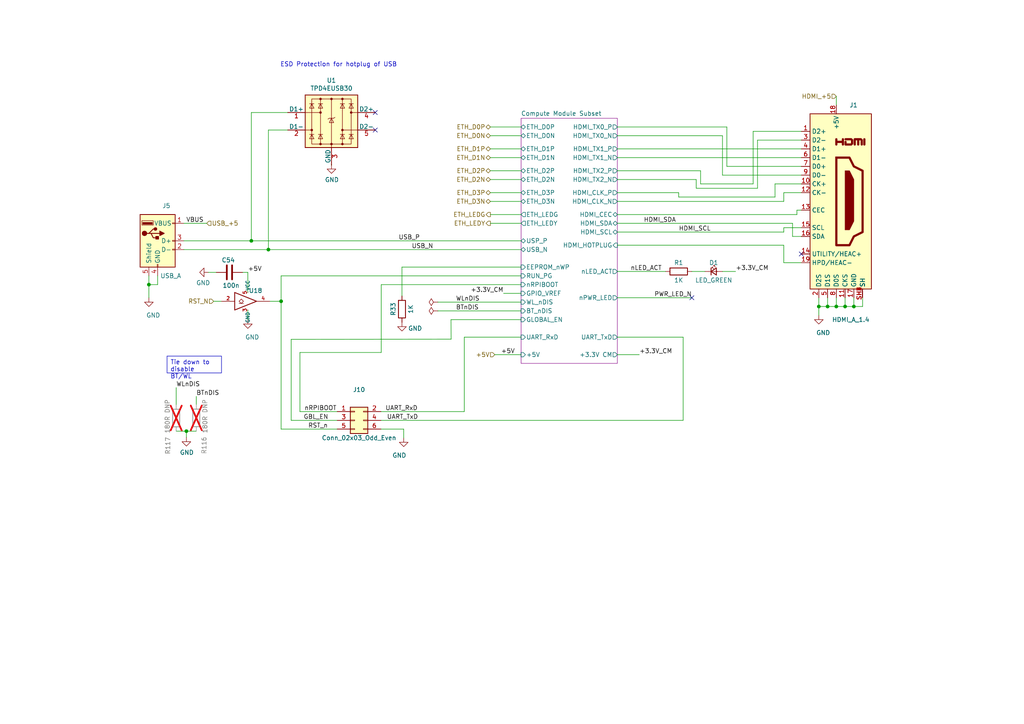
<source format=kicad_sch>
(kicad_sch (version 20230121) (generator eeschema)
  (paper "A4")
  (title_block (title "Penta-Pi") (date "2022-09-05") (rev "2.0") (comment 1 "fjc"))
  (lib_symbols
    (symbol "CM4IO:74LVC1G07_copy"
      (property "Reference" "U" (at -2.54 3.81 0))
      (property "Value" "74LVC1G07_copy" (at 0 -3.81 0))
      (symbol "74LVC1G07_copy_0_1"
        (polyline (pts (xy -2.54 -0.635) (xy -1.27 -0.635)))
        (polyline (pts (xy -3.81 2.54) (xy -3.81 -2.54) (xy 2.54 0) (xy -3.81 2.54)) (stroke (width 0.254)))
        (polyline (pts (xy -1.905 0.635) (xy -2.54 0) (xy -1.905 -0.635) (xy -1.27 0) (xy -1.905 0.635)))
      )
      (symbol "74LVC1G07_copy_1_1"
        (pin input line (at -7.62 0 0) (length 3.81) (name "~") (number "2"))
        (pin power_in line (at 0 -2.54 270) (length 0) (name "GND") (number "3"))
        (pin open_collector line (at 6.35 0 180) (length 3.81) (name "~") (number "4"))
        (pin power_in line (at 0 2.54 90) (length 0) (name "VCC") (number "5"))
      )
    )
    (symbol "CM4IO:HDMI_A_1.4"
      (property "Reference" "J" (at -6.35 26.67 0))
      (property "Value" "HDMI_A_1.4" (at 10.16 26.67 0))
      (symbol "HDMI_A_1.4_0_0"
        (polyline (pts (xy 8.128 16.51) (xy 8.128 18.034)) (stroke (width 0.635)))
        (polyline (pts (xy 0 16.51) (xy 0 18.034) (xy 0 17.272) (xy 1.905 17.272) (xy 1.905 18.034) (xy 1.905 16.51)) (stroke (width 0.635)))
        (polyline (pts (xy 2.667 18.034) (xy 4.318 18.034) (xy 4.572 17.78) (xy 4.572 16.764) (xy 4.318 16.51) (xy 2.667 16.51) (xy 2.667 17.272)) (stroke (width 0.635)))
        (pin passive line (at 7.62 -27.94 90) (length 2.54) (name "SH") (number "SH2"))
        (pin passive line (at 7.62 -27.94 90) (length 2.54) (name "SH") (number "SH3"))
        (pin passive line (at 7.62 -27.94 90) (length 2.54) (name "SH") (number "SH4"))
      )
      (symbol "HDMI_A_1.4_0_1"
        (rectangle (start -7.62 25.4) (end 10.16 -25.4) (stroke (width 0.254)) (fill (type background)))
        (polyline (pts (xy 2.54 8.89) (xy 3.81 8.89) (xy 5.08 6.35) (xy 5.08 -5.715) (xy 3.81 -8.255) (xy 2.54 -8.255) (xy 2.54 8.89)) (fill (type outline)))
        (polyline (pts (xy 5.334 16.51) (xy 5.334 18.034) (xy 6.35 18.034) (xy 6.35 16.51) (xy 6.35 18.034) (xy 7.112 18.034) (xy 7.366 17.78) (xy 7.366 16.51)) (stroke (width 0.635)))
        (polyline (pts (xy 0 12.7) (xy 0 -12.7) (xy 3.81 -12.7) (xy 5.08 -10.16) (xy 7.62 -8.89) (xy 7.62 8.89) (xy 5.08 10.16) (xy 3.81 12.7) (xy 0 12.7)) (stroke (width 0.635)))
      )
      (symbol "HDMI_A_1.4_1_1"
        (pin passive line (at -10.16 20.32 0) (length 2.54) (name "D2+") (number "1"))
        (pin passive line (at -10.16 5.08 0) (length 2.54) (name "CK+") (number "10"))
        (pin power_in line (at 2.54 -27.94 90) (length 2.54) (name "CKS") (number "11"))
        (pin passive line (at -10.16 2.54 0) (length 2.54) (name "CK-") (number "12"))
        (pin bidirectional line (at -10.16 -2.54 0) (length 2.54) (name "CEC") (number "13"))
        (pin passive line (at -10.16 -15.24 0) (length 2.54) (name "UTILITY/HEAC+") (number "14"))
        (pin passive line (at -10.16 -7.62 0) (length 2.54) (name "SCL") (number "15"))
        (pin bidirectional line (at -10.16 -10.16 0) (length 2.54) (name "SDA") (number "16"))
        (pin power_in line (at 5.08 -27.94 90) (length 2.54) (name "GND") (number "17"))
        (pin power_in line (at 0 27.94 270) (length 2.54) (name "+5V") (number "18"))
        (pin passive line (at -10.16 -17.78 0) (length 2.54) (name "HPD/HEAC-") (number "19"))
        (pin power_in line (at -5.08 -27.94 90) (length 2.54) (name "D2S") (number "2"))
        (pin passive line (at -10.16 17.78 0) (length 2.54) (name "D2-") (number "3"))
        (pin passive line (at -10.16 15.24 0) (length 2.54) (name "D1+") (number "4"))
        (pin power_in line (at -2.54 -27.94 90) (length 2.54) (name "D1S") (number "5"))
        (pin passive line (at -10.16 12.7 0) (length 2.54) (name "D1-") (number "6"))
        (pin passive line (at -10.16 10.16 0) (length 2.54) (name "D0+") (number "7"))
        (pin power_in line (at 0 -27.94 90) (length 2.54) (name "D0S") (number "8"))
        (pin passive line (at -10.16 7.62 0) (length 2.54) (name "D0-") (number "9"))
        (pin passive line (at 7.62 -27.94 90) (length 2.54) (name "SH") (number "SH1"))
      )
    )
    (symbol "CM4IO:TPD4EUSB30" (pin_names (offset 0))
      (property "Reference" "U" (at -0.635 8.89 0))
      (property "Value" "TPD4EUSB30" (at 8.89 -10.16 0))
      (symbol "TPD4EUSB30_0_0"
        (rectangle (start -5.715 6.477) (end 5.715 -6.604))
        (polyline (pts (xy -3.175 -6.604) (xy -3.175 6.477)))
        (polyline (pts (xy 0 6.477) (xy 0 -6.604)))
        (polyline (pts (xy 3.175 6.477) (xy 3.175 -6.604)))
      )
      (symbol "TPD4EUSB30_0_1"
        (rectangle (start -7.62 7.62) (end 7.62 -7.62) (stroke (width 0.254)) (fill (type background)))
        (circle (center -5.715 -2.54) (radius 0.2794) (fill (type outline)))
        (circle (center -3.175 -6.604) (radius 0.2794) (fill (type outline)))
        (circle (center -3.175 2.54) (radius 0.2794) (fill (type outline)))
        (circle (center -3.175 6.477) (radius 0.2794) (fill (type outline)))
        (circle (center 0 -6.604) (radius 0.2794) (fill (type outline)))
        (polyline (pts (xy -7.747 2.54) (xy -3.175 2.54)))
        (polyline (pts (xy -7.62 -2.54) (xy -5.715 -2.54)))
        (polyline (pts (xy -5.08 -3.81) (xy -6.35 -3.81)))
        (polyline (pts (xy -5.08 5.08) (xy -6.35 5.08)))
        (polyline (pts (xy -2.54 -3.81) (xy -3.81 -3.81)))
        (polyline (pts (xy -2.54 5.08) (xy -3.81 5.08)))
        (polyline (pts (xy -0.635 0.889) (xy -1.016 0.635)))
        (polyline (pts (xy 0 -6.604) (xy 0 -7.62)))
        (polyline (pts (xy 0.635 0.889) (xy -0.635 0.889)))
        (polyline (pts (xy 0.635 0.889) (xy 1.016 1.143)))
        (polyline (pts (xy 3.81 -3.81) (xy 2.54 -3.81)))
        (polyline (pts (xy 3.81 5.08) (xy 2.54 5.08)))
        (polyline (pts (xy 6.35 -3.81) (xy 5.08 -3.81)))
        (polyline (pts (xy 6.35 5.08) (xy 5.08 5.08)))
        (polyline (pts (xy 7.62 -2.54) (xy 3.175 -2.54)))
        (polyline (pts (xy 7.62 2.54) (xy 5.715 2.54)))
        (polyline (pts (xy -5.08 -5.08) (xy -6.35 -5.08) (xy -5.715 -3.81) (xy -5.08 -5.08)))
        (polyline (pts (xy -5.08 3.81) (xy -6.35 3.81) (xy -5.715 5.08) (xy -5.08 3.81)))
        (polyline (pts (xy -2.54 -5.08) (xy -3.81 -5.08) (xy -3.175 -3.81) (xy -2.54 -5.08)))
        (polyline (pts (xy -2.54 3.81) (xy -3.81 3.81) (xy -3.175 5.08) (xy -2.54 3.81)))
        (polyline (pts (xy 0.635 -0.381) (xy -0.635 -0.381) (xy 0 0.889) (xy 0.635 -0.381)))
        (polyline (pts (xy 3.81 -5.08) (xy 2.54 -5.08) (xy 3.175 -3.81) (xy 3.81 -5.08)))
        (polyline (pts (xy 3.81 3.81) (xy 2.54 3.81) (xy 3.175 5.08) (xy 3.81 3.81)))
        (polyline (pts (xy 6.35 -5.08) (xy 5.08 -5.08) (xy 5.715 -3.81) (xy 6.35 -5.08)))
        (polyline (pts (xy 6.35 3.81) (xy 5.08 3.81) (xy 5.715 5.08) (xy 6.35 3.81)))
        (circle (center 0 6.477) (radius 0.2794) (fill (type outline)))
        (circle (center 3.175 -6.604) (radius 0.2794) (fill (type outline)))
        (circle (center 3.175 -2.54) (radius 0.2794) (fill (type outline)))
        (circle (center 3.175 6.477) (radius 0.2794) (fill (type outline)))
        (circle (center 5.715 2.54) (radius 0.2794) (fill (type outline)))
      )
      (symbol "TPD4EUSB30_1_1"
        (pin passive line (at -12.7 2.54 0) (length 5.08) (name "D1+") (number "1"))
        (pin passive line (at -12.7 2.54 0) (length 5.08) hide (name "~") (number "10"))
        (pin passive line (at -12.7 -2.54 0) (length 5.08) (name "D1-") (number "2"))
        (pin power_in line (at 0 -12.7 90) (length 5.08) (name "GND") (number "3"))
        (pin passive line (at 12.7 2.54 180) (length 5.08) (name "D2+") (number "4"))
        (pin passive line (at 12.7 -2.54 180) (length 5.08) (name "D2-") (number "5"))
        (pin passive line (at 12.7 -2.54 180) (length 5.08) hide (name "~") (number "6"))
        (pin passive line (at 12.7 2.54 180) (length 5.08) hide (name "~") (number "7"))
        (pin passive line (at 0 -12.7 90) (length 5.08) hide (name "GND") (number "8"))
        (pin passive line (at -12.7 -2.54 0) (length 5.08) hide (name "~") (number "9"))
      )
    )
    (symbol "Connector:USB_A" (pin_names (offset 1.016))
      (property "Reference" "J" (at -5.08 11.43 0))
      (property "Value" "USB_A" (at -5.08 8.89 0))
      (symbol "USB_A_0_1"
        (rectangle (start -5.08 -7.62) (end 5.08 7.62) (stroke (width 0.254)) (fill (type background)))
        (circle (center -3.81 2.159) (radius 0.635) (stroke (width 0.254)) (fill (type outline)))
        (rectangle (start -1.524 4.826) (end -4.318 5.334) (fill (type outline)))
        (rectangle (start -1.27 4.572) (end -4.572 5.842))
        (circle (center -0.635 3.429) (radius 0.381) (stroke (width 0.254)) (fill (type outline)))
        (rectangle (start -0.127 -7.62) (end 0.127 -6.858))
        (polyline (pts (xy -3.175 2.159) (xy -2.54 2.159) (xy -1.27 3.429) (xy -0.635 3.429)) (stroke (width 0.254)))
        (polyline (pts (xy -2.54 2.159) (xy -1.905 2.159) (xy -1.27 0.889) (xy 0 0.889)) (stroke (width 0.254)))
        (polyline (pts (xy 0.635 2.794) (xy 0.635 1.524) (xy 1.905 2.159) (xy 0.635 2.794)) (stroke (width 0.254)) (fill (type outline)))
        (rectangle (start 0.254 1.27) (end -0.508 0.508) (stroke (width 0.254)) (fill (type outline)))
        (rectangle (start 5.08 -2.667) (end 4.318 -2.413))
        (rectangle (start 5.08 -0.127) (end 4.318 0.127))
        (rectangle (start 5.08 4.953) (end 4.318 5.207))
      )
      (symbol "USB_A_1_1"
        (polyline (pts (xy -1.905 2.159) (xy 0.635 2.159)) (stroke (width 0.254)))
        (pin power_in line (at 7.62 5.08 180) (length 2.54) (name "VBUS") (number "1"))
        (pin bidirectional line (at 7.62 -2.54 180) (length 2.54) (name "D-") (number "2"))
        (pin bidirectional line (at 7.62 0 180) (length 2.54) (name "D+") (number "3"))
        (pin power_in line (at 0 -10.16 90) (length 2.54) (name "GND") (number "4"))
        (pin passive line (at -2.54 -10.16 90) (length 2.54) (name "Shield") (number "5"))
      )
    )
    (symbol "Connector_Generic:Conn_02x03_Odd_Even" (pin_names (offset 1.016) hide)
      (property "Reference" "J" (at 1.27 5.08 0))
      (property "Value" "Conn_02x03_Odd_Even" (at 1.27 -5.08 0))
      (symbol "Conn_02x03_Odd_Even_1_1"
        (rectangle (start -1.27 -2.413) (end 0 -2.667) (stroke (width 0.1524)))
        (rectangle (start -1.27 0.127) (end 0 -0.127) (stroke (width 0.1524)))
        (rectangle (start -1.27 2.667) (end 0 2.413) (stroke (width 0.1524)))
        (rectangle (start -1.27 3.81) (end 3.81 -3.81) (stroke (width 0.254)) (fill (type background)))
        (rectangle (start 3.81 -2.413) (end 2.54 -2.667) (stroke (width 0.1524)))
        (rectangle (start 3.81 0.127) (end 2.54 -0.127) (stroke (width 0.1524)))
        (rectangle (start 3.81 2.667) (end 2.54 2.413) (stroke (width 0.1524)))
        (pin passive line (at -5.08 2.54 0) (length 3.81) (name "Pin_1") (number "1"))
        (pin passive line (at 7.62 2.54 180) (length 3.81) (name "Pin_2") (number "2"))
        (pin passive line (at -5.08 0 0) (length 3.81) (name "Pin_3") (number "3"))
        (pin passive line (at 7.62 0 180) (length 3.81) (name "Pin_4") (number "4"))
        (pin passive line (at -5.08 -2.54 0) (length 3.81) (name "Pin_5") (number "5"))
        (pin passive line (at 7.62 -2.54 180) (length 3.81) (name "Pin_6") (number "6"))
      )
    )
    (symbol "Device:C" (pin_numbers hide) (pin_names (offset 0.254))
      (property "Reference" "C" (at 0.635 2.54 0))
      (property "Value" "C" (at 0.635 -2.54 0))
      (symbol "C_0_1"
        (polyline (pts (xy -2.032 -0.762) (xy 2.032 -0.762)) (stroke (width 0.508)))
        (polyline (pts (xy -2.032 0.762) (xy 2.032 0.762)) (stroke (width 0.508)))
      )
      (symbol "C_1_1"
        (pin passive line (at 0 3.81 270) (length 2.794) (name "~") (number "1"))
        (pin passive line (at 0 -3.81 90) (length 2.794) (name "~") (number "2"))
      )
    )
    (symbol "Device:LED_Small" (pin_numbers hide) (pin_names (offset 0.254) hide)
      (property "Reference" "D" (at -1.27 3.175 0))
      (property "Value" "LED_Small" (at -4.445 -2.54 0))
      (symbol "LED_Small_0_1"
        (polyline (pts (xy -0.762 -1.016) (xy -0.762 1.016)) (stroke (width 0.254)))
        (polyline (pts (xy 1.016 0) (xy -0.762 0)))
        (polyline (pts (xy 0.762 -1.016) (xy -0.762 0) (xy 0.762 1.016) (xy 0.762 -1.016)) (stroke (width 0.254)))
        (polyline (pts (xy 0 0.762) (xy -0.508 1.27) (xy -0.254 1.27) (xy -0.508 1.27) (xy -0.508 1.016)))
        (polyline (pts (xy 0.508 1.27) (xy 0 1.778) (xy 0.254 1.778) (xy 0 1.778) (xy 0 1.524)))
      )
      (symbol "LED_Small_1_1"
        (pin passive line (at -2.54 0 0) (length 1.778) (name "K") (number "1"))
        (pin passive line (at 2.54 0 180) (length 1.778) (name "A") (number "2"))
      )
    )
    (symbol "Device:R" (pin_numbers hide) (pin_names (offset 0))
      (property "Reference" "R" (at 2.032 0 90))
      (property "Value" "R" (at 0 0 90))
      (symbol "R_0_1"
        (rectangle (start -1.016 -2.54) (end 1.016 2.54) (stroke (width 0.254)))
      )
      (symbol "R_1_1"
        (pin passive line (at 0 3.81 270) (length 1.27) (name "~") (number "1"))
        (pin passive line (at 0 -3.81 90) (length 1.27) (name "~") (number "2"))
      )
    )
    (symbol "power:GND" (power) (pin_names (offset 0))
      (property "Value" "GND" (at 0 -3.81 0))
      (symbol "GND_0_1"
        (polyline (pts (xy 0 0) (xy 0 -1.27) (xy 1.27 -1.27) (xy 0 -2.54) (xy -1.27 -1.27) (xy 0 -1.27)))
      )
      (symbol "GND_1_1"
        (pin power_in line (at 0 0 270) (length 0) hide (name "GND") (number "1"))
      )
    )
    (symbol "power:PWR_FLAG" (power) (pin_numbers hide) (pin_names (offset 0) hide)
      (property "Value" "PWR_FLAG" (at 0 3.81 0))
      (symbol "PWR_FLAG_0_0"
        (pin power_out line (at 0 0 90) (length 0) (name "pwr") (number "1"))
      )
      (symbol "PWR_FLAG_0_1"
        (polyline (pts (xy 0 0) (xy 0 1.27) (xy -1.016 1.905) (xy 0 2.54) (xy 1.016 1.905) (xy 0 1.27)))
      )
    )
  )
  (junction (at 245.11 88.9) (diameter 0.9144))
  (junction (at 77.851 72.39))
  (junction (at 81.534 87.376))
  (junction (at 240.03 88.9) (diameter 0.9144))
  (junction (at 242.57 88.9) (diameter 0.9144))
  (junction (at 247.65 88.9) (diameter 0.9144))
  (junction (at 72.898 69.85))
  (junction (at 54.0615 125.0532))
  (junction (at 43.18 82.55) (diameter 0.9144))
  (junction (at 237.49 88.9) (diameter 0.9144))
  (no_connect (at 200.66 86.36))
  (no_connect (at 232.41 73.66))
  (no_connect (at 108.839 37.719))
  (no_connect (at 108.839 32.639))
  (wire (pts (xy 142.24 49.53) (xy 151.13 49.53)))
  (wire (pts (xy 201.93 54.61) (xy 219.71 54.61)))
  (wire (pts (xy 231.14 60.96) (xy 232.41 60.96)))
  (wire (pts (xy 81.534 124.46) (xy 97.79 124.46)))
  (wire (pts (xy 227.33 58.42) (xy 227.33 55.88)))
  (wire (pts (xy 77.851 37.719) (xy 83.439 37.719)))
  (wire (pts (xy 179.07 64.77) (xy 229.87 64.77)))
  (wire (pts (xy 237.49 88.9) (xy 237.49 91.44)))
  (wire (pts (xy 179.07 102.87) (xy 185.42 102.87)))
  (wire (pts (xy 71.882 84.836) (xy 71.882 78.994)))
  (wire (pts (xy 179.07 86.36) (xy 200.66 86.36)))
  (wire (pts (xy 179.07 45.72) (xy 232.41 45.72)))
  (wire (pts (xy 250.19 86.36) (xy 250.19 88.9)))
  (wire (pts (xy 77.851 37.719) (xy 77.851 72.39)))
  (wire (pts (xy 227.33 76.2) (xy 232.41 76.2)))
  (wire (pts (xy 110.5718 82.55) (xy 151.13 82.55)))
  (wire (pts (xy 53.34 69.85) (xy 72.898 69.85)))
  (wire (pts (xy 116.586 77.47) (xy 116.586 85.852)))
  (wire (pts (xy 218.44 38.1) (xy 232.41 38.1)))
  (wire (pts (xy 117.094 124.46) (xy 110.49 124.46)))
  (wire (pts (xy 117.094 124.46) (xy 117.094 127)))
  (wire (pts (xy 201.93 52.07) (xy 201.93 54.61)))
  (wire (pts (xy 53.34 64.77) (xy 59.944 64.77)))
  (wire (pts (xy 179.07 36.83) (xy 210.82 36.83)))
  (wire (pts (xy 210.82 36.83) (xy 210.82 48.26)))
  (wire (pts (xy 209.55 78.74) (xy 213.36 78.74)))
  (wire (pts (xy 61.976 87.376) (xy 64.262 87.376)))
  (wire (pts (xy 43.18 82.55) (xy 43.18 86.36)))
  (wire (pts (xy 203.2 53.34) (xy 218.44 53.34)))
  (wire (pts (xy 86.995 102.235) (xy 86.995 119.38)))
  (wire (pts (xy 86.995 119.38) (xy 97.79 119.38)))
  (wire (pts (xy 179.07 52.07) (xy 201.93 52.07)))
  (wire (pts (xy 219.71 40.64) (xy 232.41 40.64)))
  (wire (pts (xy 227.33 55.88) (xy 232.41 55.88)))
  (wire (pts (xy 71.882 89.916) (xy 71.882 92.71)))
  (wire (pts (xy 142.24 39.37) (xy 151.13 39.37)))
  (wire (pts (xy 229.87 68.58) (xy 232.41 68.58)))
  (wire (pts (xy 237.49 88.9) (xy 240.03 88.9)))
  (wire (pts (xy 179.07 43.18) (xy 232.41 43.18)))
  (wire (pts (xy 240.03 86.36) (xy 240.03 88.9)))
  (wire (pts (xy 110.49 119.38) (xy 134.659 119.38)))
  (wire (pts (xy 127 90.17) (xy 151.13 90.17)))
  (wire (pts (xy 142.24 36.83) (xy 151.13 36.83)))
  (wire (pts (xy 231.14 62.23) (xy 231.14 60.96)))
  (wire (pts (xy 204.47 78.74) (xy 200.66 78.74)))
  (wire (pts (xy 218.44 53.34) (xy 218.44 38.1)))
  (wire (pts (xy 242.57 27.94) (xy 242.57 30.48)))
  (wire (pts (xy 227.33 71.12) (xy 227.33 76.2)))
  (wire (pts (xy 179.07 78.74) (xy 193.04 78.74)))
  (wire (pts (xy 142.24 52.07) (xy 151.13 52.07)))
  (wire (pts (xy 84.455 98.425) (xy 130.842 98.3714)))
  (wire (pts (xy 179.07 71.12) (xy 227.33 71.12)))
  (wire (pts (xy 179.07 58.42) (xy 227.33 58.42)))
  (wire (pts (xy 179.07 39.37) (xy 209.55 39.37)))
  (wire (pts (xy 45.72 82.55) (xy 43.18 82.55)))
  (wire (pts (xy 179.07 62.23) (xy 231.14 62.23)))
  (wire (pts (xy 247.65 86.36) (xy 247.65 88.9)))
  (wire (pts (xy 142.24 64.77) (xy 151.13 64.77)))
  (wire (pts (xy 242.57 88.9) (xy 245.11 88.9)))
  (wire (pts (xy 96.139 47.879) (xy 96.139 47.752)))
  (wire (pts (xy 54.0615 125.0532) (xy 56.9274 125.0532)))
  (wire (pts (xy 209.55 50.8) (xy 232.41 50.8)))
  (wire (pts (xy 45.72 80.01) (xy 45.72 82.55)))
  (wire (pts (xy 237.49 86.36) (xy 237.49 88.9)))
  (wire (pts (xy 56.9274 125.0532) (xy 56.9274 125.0228)))
  (wire (pts (xy 219.71 54.61) (xy 219.71 40.64)))
  (wire (pts (xy 72.898 32.639) (xy 72.898 69.85)))
  (wire (pts (xy 116.586 77.47) (xy 151.13 77.47)))
  (wire (pts (xy 60.452 78.994) (xy 62.738 78.994)))
  (wire (pts (xy 240.03 88.9) (xy 242.57 88.9)))
  (wire (pts (xy 142.24 43.18) (xy 151.13 43.18)))
  (wire (pts (xy 70.358 78.994) (xy 71.882 78.994)))
  (wire (pts (xy 51.1014 112.4427) (xy 51.1043 112.4427)))
  (wire (pts (xy 210.82 48.26) (xy 232.41 48.26)))
  (wire (pts (xy 142.24 45.72) (xy 151.13 45.72)))
  (wire (pts (xy 242.57 86.36) (xy 242.57 88.9)))
  (wire (pts (xy 179.07 97.79) (xy 198.1399 97.79)))
  (wire (pts (xy 179.07 49.53) (xy 203.2 49.53)))
  (wire (pts (xy 72.898 32.639) (xy 83.439 32.639)))
  (wire (pts (xy 53.34 72.39) (xy 77.851 72.39)))
  (wire (pts (xy 134.659 97.79) (xy 151.13 97.79)))
  (wire (pts (xy 142.24 62.23) (xy 151.13 62.23)))
  (wire (pts (xy 198.1399 97.79) (xy 198.1399 121.92)))
  (wire (pts (xy 179.07 55.88) (xy 196.85 55.88)))
  (wire (pts (xy 54.0615 125.0532) (xy 54.0615 126.8449)))
  (wire (pts (xy 203.2 49.53) (xy 203.2 53.34)))
  (wire (pts (xy 143.51 102.87) (xy 151.13 102.87)))
  (wire (pts (xy 227.33 67.31) (xy 227.33 66.04)))
  (wire (pts (xy 247.65 88.9) (xy 250.19 88.9)))
  (wire (pts (xy 245.11 86.36) (xy 245.11 88.9)))
  (wire (pts (xy 179.07 67.31) (xy 227.33 67.31)))
  (wire (pts (xy 196.85 57.15) (xy 224.79 57.15)))
  (wire (pts (xy 72.898 69.85) (xy 151.13 69.85)))
  (wire (pts (xy 130.81 92.71) (xy 151.13 92.71)))
  (wire (pts (xy 56.9274 117.4028) (xy 56.9274 114.9691)))
  (wire (pts (xy 51.1014 125.0532) (xy 54.0615 125.0532)))
  (wire (pts (xy 146.05 85.09) (xy 151.13 85.09)))
  (wire (pts (xy 77.851 72.39) (xy 151.13 72.39)))
  (wire (pts (xy 134.659 97.79) (xy 134.659 119.38)))
  (wire (pts (xy 142.24 58.42) (xy 151.13 58.42)))
  (wire (pts (xy 142.24 55.88) (xy 151.13 55.88)))
  (wire (pts (xy 130.842 98.3714) (xy 130.81 92.71)))
  (wire (pts (xy 196.85 55.88) (xy 196.85 57.15)))
  (wire (pts (xy 78.232 87.376) (xy 81.534 87.376)))
  (wire (pts (xy 151.13 80.01) (xy 81.534 80.01)))
  (wire (pts (xy 84.455 98.425) (xy 84.455 121.92)))
  (wire (pts (xy 84.455 121.92) (xy 97.79 121.92)))
  (wire (pts (xy 86.995 102.235) (xy 110.5718 102.235)))
  (wire (pts (xy 245.11 88.9) (xy 247.65 88.9)))
  (wire (pts (xy 81.534 80.01) (xy 81.534 87.376)))
  (wire (pts (xy 51.1014 112.4427) (xy 51.1014 117.4332)))
  (wire (pts (xy 227.33 66.04) (xy 232.41 66.04)))
  (wire (pts (xy 127 87.63) (xy 151.13 87.63)))
  (wire (pts (xy 229.87 64.77) (xy 229.87 68.58)))
  (wire (pts (xy 209.55 39.37) (xy 209.55 50.8)))
  (wire (pts (xy 224.79 57.15) (xy 224.79 53.34)))
  (wire (pts (xy 224.79 53.34) (xy 232.41 53.34)))
  (wire (pts (xy 110.5718 82.55) (xy 110.5718 102.235)))
  (wire (pts (xy 43.18 80.01) (xy 43.18 82.55)))
  (wire (pts (xy 81.534 87.376) (xy 81.534 124.46)))
  (wire (pts (xy 110.49 121.92) (xy 198.1399 121.92)))
  (text_box "Tie down to\ndisable BT/WL" (at 48.4516 103.2805 0) (size 15.7935 4.883) (effects (font (size 1.27 1.27)) (justify left top)))
  (text "ESD Protection for hotplug of USB" (at 81.28 19.558 0) (effects (font (size 1.27 1.27)) (justify left bottom)))
  (label "RST_n" (at 95.123 124.46 180))
  (label "+3.3V_CM" (at 213.36 78.74 0))
  (label "nLED_ACT" (at 182.88 78.74 0))
  (label "+3.3V_CM" (at 185.42 102.87 0))
  (label "HDMI_SDA" (at 186.69 64.77 0))
  (label "UART_TxD" (at 121.285 121.92 180))
  (label "nRPIBOOT" (at 88.265 119.38 0))
  (label "VBUS" (at 53.975 64.77 0))
  (label "BTnDIS" (at 56.9274 114.9691 0))
  (label "WLnDIS" (at 51.1043 112.4427 0))
  (label "USB_N" (at 119.38 72.39 0))
  (label "WLnDIS" (at 132.207 87.63 0))
  (label "+3.3V_CM" (at 146.05 85.09 180))
  (label "USB_P" (at 115.57 69.85 0))
  (label "GBL_EN" (at 95.25 121.92 180))
  (label "+5V" (at 71.882 78.994 0))
  (label "UART_RxD" (at 111.76 119.38 0))
  (label "BTnDIS" (at 132.207 90.17 0))
  (label "PWR_LED_N" (at 200.66 86.36 180))
  (label "+5V" (at 145.288 102.87 0))
  (label "HDMI_SCL" (at 196.85 67.31 0))
  (hierarchical_label "RST_N" (shape input) (at 61.976 87.376 180))
  (hierarchical_label "ETH_LEDG" (shape output) (at 142.24 62.23 180))
  (hierarchical_label "ETH_D2N" (shape bidirectional) (at 142.24 52.07 180))
  (hierarchical_label "ETH_D1P" (shape bidirectional) (at 142.24 43.18 180))
  (hierarchical_label "ETH_D0N" (shape bidirectional) (at 142.24 39.37 180))
  (hierarchical_label "USB_+5" (shape input) (at 59.944 64.77 0))
  (hierarchical_label "ETH_D3N" (shape bidirectional) (at 142.24 58.42 180))
  (hierarchical_label "ETH_D1N" (shape bidirectional) (at 142.24 45.72 180))
  (hierarchical_label "ETH_LEDY" (shape output) (at 142.24 64.77 180))
  (hierarchical_label "ETH_D0P" (shape bidirectional) (at 142.24 36.83 180))
  (hierarchical_label "HDMI_+5" (shape input) (at 242.57 27.94 180))
  (hierarchical_label "ETH_D3P" (shape bidirectional) (at 142.24 55.88 180))
  (hierarchical_label "ETH_D2P" (shape bidirectional) (at 142.24 49.53 180))
  (hierarchical_label "+5V" (shape input) (at 143.51 102.87 180))
  (symbol (lib_id "Device:C") (at 66.548 78.994 270) (unit 1)
    (property "Reference" "C54" (at 64.262 75.438 90) (effects (justify left)))
    (property "Value" "100n" (at 64.516 82.804 90) (effects (justify left)))
    (property "Footprint" "Capacitor_SMD:C_0402_1005Metric" (effects hide))
    (property "Datasheet" "https://search.murata.co.jp/Ceramy/image/img/A01X/G101/ENG/GRM21BR71A106KA73-01.pdf" (effects hide))
    (property "LCSC Part Number" "C1525" (effects hide))
    (instances (project "Hepta-Pi_1.1" (path "" (reference "C54") (unit 1)) (path "" (reference "C65") (unit 1)) (path "" (reference "C66") (unit 1)) (path "" (reference "C53") (unit 1)) (path "" (reference "C54") (unit 1))))
  )
  (symbol (lib_id "power:PWR_FLAG") (at 127 90.17 90) (unit 1)
    (property "Reference" "#FLG0114" (effects hide))
    (property "Value" "PWR_FLAG" (effects hide))
    (instances (project "Hepta-Pi_1.1" (path "" (reference "#FLG0114") (unit 1)) (path "" (reference "#FLG0116") (unit 1)) (path "" (reference "#FLG0121") (unit 1)) (path "" (reference "#FLG0123") (unit 1))))
  )
  (symbol (lib_id "power:GND") (at 96.139 47.752 0) (unit 1)
    (property "Reference" "#PWR0109" (effects hide))
    (property "Value" "GND" (at 96.266 52.1462 0))
    (instances (project "Hepta-Pi_1.1" (path "" (reference "#PWR0109") (unit 1)) (path "" (reference "#PWR0135") (unit 1)) (path "" (reference "#PWR0142") (unit 1)) (path "" (reference "#PWR0148") (unit 1))))
  )
  (symbol (lib_id "power:PWR_FLAG") (at 127 87.63 90) (unit 1)
    (property "Reference" "#FLG0115" (effects hide))
    (property "Value" "PWR_FLAG" (effects hide))
    (instances (project "Hepta-Pi_1.1" (path "" (reference "#FLG0115") (unit 1)) (path "" (reference "#FLG0117") (unit 1)) (path "" (reference "#FLG0122") (unit 1)) (path "" (reference "#FLG0124") (unit 1))))
  )
  (symbol (lib_id "power:GND") (at 237.49 91.44 0) (unit 1)
    (property "Reference" "#PWR06" (effects hide))
    (property "Value" "GND" (at 238.76 96.52 0))
    (instances (project "Hepta-Pi_1.1" (path "" (reference "#PWR06") (unit 1)) (path "" (reference "#PWR072") (unit 1)) (path "" (reference "#PWR082") (unit 1)) (path "" (reference "#PWR0138") (unit 1))))
  )
  (symbol (lib_id "Device:R") (at 51.1014 121.2432 0) (mirror x) (unit 1) (dnp yes)
    (property "Reference" "R117" (at 48.6866 126.6891 90) (effects (justify left)))
    (property "Value" "180R DNP" (at 48.5614 115.7822 90) (effects (justify left)))
    (property "Footprint" "Resistor_SMD:R_0603_1608Metric_Pad0.98x0.95mm_HandSolder" (effects hide))
    (property "LCSC Part Number" "DNP" (effects hide))
    (property "Special" "DNP" (effects hide))
    (instances (project "Hepta-Pi_1.1" (path "" (reference "R117") (unit 1)) (path "" (reference "R28") (unit 1)) (path "" (reference "R52") (unit 1)) (path "" (reference "R24") (unit 1)) (path "" (reference "R54") (unit 1))))
  )
  (symbol (lib_id "power:GND") (at 116.586 93.472 0) (unit 1)
    (property "Reference" "#PWR0144" (effects hide))
    (property "Value" "GND" (at 120.396 95.25 0))
    (instances (project "Hepta-Pi_1.1" (path "" (reference "#PWR0144") (unit 1)) (path "" (reference "#PWR0145") (unit 1)) (path "" (reference "#PWR0146") (unit 1)) (path "" (reference "#PWR0147") (unit 1))))
  )
  (symbol (lib_id "CM4IO:HDMI_A_1.4") (at 242.57 58.42 0) (unit 1)
    (property "Reference" "J1" (at 246.38 30.48 0) (effects (justify left)))
    (property "Value" "HDMI_A_1.4" (at 241.3 92.71 0) (effects (justify left)))
    (property "Footprint" "CM4IO:EDAC 690-019-298-412" (effects hide))
    (property "Datasheet" "http://www.amphenol-icc.com/media/wysiwyg/files/drawing/10029449.pdf" (effects hide))
    (property "LCSC Part Number" "C720616" (effects hide))
    (instances (project "Hepta-Pi_1.1" (path "" (reference "J1") (unit 1)) (path "" (reference "J2") (unit 1)) (path "" (reference "J3") (unit 1)) (path "" (reference "J4") (unit 1))))
  )
  (symbol (lib_id "Connector:USB_A") (at 45.72 69.85 0) (unit 1)
    (property "Reference" "J5" (at 48.26 59.69 0))
    (property "Value" "USB_A" (at 49.53 80.01 0))
    (property "Footprint" "Connector_USB:USB_A_Wuerth_614004134726_Horizontal" (effects hide))
    (property "Datasheet" "https://katalog.we-online.de/em/datasheet/614004134726.pdf" (effects hide))
    (property "LCSC Part Number" "C305979" (effects hide))
    (instances (project "Hepta-Pi_1.1" (path "" (reference "J5") (unit 1)) (path "" (reference "J6") (unit 1)) (path "" (reference "J7") (unit 1)) (path "" (reference "J8") (unit 1))))
  )
  (symbol (lib_id "Device:LED_Small") (at 207.01 78.74 0) (unit 1)
    (property "Reference" "D1" (at 207.01 76.2 0))
    (property "Value" "LED_GREEN" (at 207.01 81.28 0))
    (property "Footprint" "LED_SMD:LED_0805_2012Metric_Pad1.15x1.40mm_HandSolder" (effects hide))
    (property "Datasheet" "https://katalog.we.org" (effects hide))
    (property "LCSC Part Number" "C2297" (effects hide))
    (instances (project "Hepta-Pi_1.1" (path "" (reference "D1") (unit 1)) (path "" (reference "D2") (unit 1)) (path "" (reference "D3") (unit 1)) (path "" (reference "D4") (unit 1))))
  )
  (symbol (lib_id "Device:R") (at 116.586 89.662 180) (unit 1)
    (property "Reference" "R33" (at 114.046 89.662 90))
    (property "Value" "1K" (at 119.126 89.662 90))
    (property "Footprint" "Resistor_SMD:R_0603_1608Metric" (effects hide))
    (property "LCSC Part Number" "C21190" (effects hide))
    (instances (project "Hepta-Pi_1.1" (path "" (reference "R33") (unit 1)) (path "" (reference "R56") (unit 1)) (path "" (reference "R32") (unit 1)) (path "" (reference "R57") (unit 1))))
  )
  (symbol (lib_id "CM4IO:74LVC1G07_copy") (at 71.882 87.376 0) (unit 1)
    (property "Reference" "U18" (at 74.13 84.2963 0))
    (property "Value" "74LVC1G07SE-7" (effects hide))
    (property "Footprint" "Package_TO_SOT_SMD:SOT-353_SC-70-5" (effects hide))
    (property "Datasheet" "https://www.diodes.com/assets/Datasheets/74LVC1G07.pdf" (effects hide))
    (property "LCSC Part Number" "C67531" (effects hide))
    (instances (project "Hepta-Pi_1.1" (path "" (reference "U18") (unit 1)) (path "" (reference "U18") (unit 1)) (path "" (reference "U17") (unit 1)) (path "" (reference "U18") (unit 1)) (path "" (reference "U13") (unit 1)) (path "" (reference "U14") (unit 1))))
  )
  (symbol (lib_id "power:GND") (at 43.18 86.36 0) (unit 1)
    (property "Reference" "#PWR02" (effects hide))
    (property "Value" "GND" (at 44.45 91.44 0))
    (instances (project "Hepta-Pi_1.1" (path "" (reference "#PWR02") (unit 1)) (path "" (reference "#PWR068") (unit 1)) (path "" (reference "#PWR078") (unit 1)) (path "" (reference "#PWR0134") (unit 1))))
  )
  (symbol (lib_id "power:GND") (at 71.882 92.71 0) (unit 1)
    (property "Reference" "#PWR013" (effects hide))
    (property "Value" "GND" (at 73.152 97.79 0))
    (instances (project "Hepta-Pi_1.1" (path "" (reference "#PWR013") (unit 1)) (path "" (reference "#PWR015") (unit 1)) (path "" (reference "#PWR016") (unit 1)) (path "" (reference "#PWR017") (unit 1))))
  )
  (symbol (lib_id "Device:R") (at 196.85 78.74 90) (unit 1)
    (property "Reference" "R1" (at 196.85 76.2 90))
    (property "Value" "1K" (at 196.85 81.28 90))
    (property "Footprint" "Resistor_SMD:R_0603_1608Metric" (effects hide))
    (property "LCSC Part Number" "C21190" (effects hide))
    (instances (project "Hepta-Pi_1.1" (path "" (reference "R1") (unit 1)) (path "" (reference "R2") (unit 1)) (path "" (reference "R3") (unit 1)) (path "" (reference "R4") (unit 1))))
  )
  (symbol (lib_id "power:GND") (at 60.452 78.994 270) (unit 1)
    (property "Reference" "#PWR018" (effects hide))
    (property "Value" "GND" (at 58.928 82.042 90))
    (instances (project "Hepta-Pi_1.1" (path "" (reference "#PWR018") (unit 1)) (path "" (reference "#PWR019") (unit 1)) (path "" (reference "#PWR020") (unit 1)) (path "" (reference "#PWR021") (unit 1))))
  )
  (symbol (lib_id "power:GND") (at 54.0615 126.8449 0) (unit 1)
    (property "Reference" "#PWR0101" (effects hide))
    (property "Value" "GND" (at 54.1885 131.2391 0))
    (instances (project "Hepta-Pi_1.1" (path "" (reference "#PWR0101") (unit 1)) (path "" (reference "#PWR0102") (unit 1)) (path "" (reference "#PWR0103") (unit 1)) (path "" (reference "#PWR0172") (unit 1)) (path "" (reference "#PWR0173") (unit 1))))
  )
  (symbol (lib_id "Device:R") (at 56.9274 121.2128 180) (unit 1) (dnp yes)
    (property "Reference" "R116" (at 59.2028 126.6112 90) (effects (justify left)))
    (property "Value" "180R DNP" (at 59.4674 115.7518 90) (effects (justify left)))
    (property "Footprint" "Resistor_SMD:R_0603_1608Metric_Pad0.98x0.95mm_HandSolder" (effects hide))
    (property "LCSC Part Number" "DNP" (effects hide))
    (property "Special" "DNP" (effects hide))
    (instances (project "Hepta-Pi_1.1" (path "" (reference "R116") (unit 1)) (path "" (reference "R29") (unit 1)) (path "" (reference "R53") (unit 1)) (path "" (reference "R23") (unit 1)) (path "" (reference "R55") (unit 1))))
  )
  (symbol (lib_id "CM4IO:TPD4EUSB30") (at 96.139 35.179 0) (unit 1)
    (property "Reference" "U1" (at 96.139 23.3172 0))
    (property "Value" "TPD4EUSB30" (at 96.139 25.6286 0))
    (property "Footprint" "Package_SON:USON-10_2.5x1.0mm_P0.5mm" (effects hide))
    (property "Datasheet" "http://www.ti.com/lit/ds/symlink/tpd2eusb30a.pdf" (effects hide))
    (property "LCSC Part Number" "C558427" (effects hide))
    (instances (project "Hepta-Pi_1.1" (path "" (reference "U1") (unit 1)) (path "" (reference "U2") (unit 1)) (path "" (reference "U3") (unit 1)) (path "" (reference "U4") (unit 1))))
  )
  (symbol (lib_id "power:GND") (at 117.094 127 0) (mirror y) (unit 1)
    (property "Reference" "#PWR04" (effects hide))
    (property "Value" "GND" (at 115.824 132.08 0))
    (instances (project "Hepta-Pi_1.1" (path "" (reference "#PWR04") (unit 1)) (path "" (reference "#PWR070") (unit 1)) (path "" (reference "#PWR080") (unit 1)) (path "" (reference "#PWR0136") (unit 1))))
  )
  (symbol (lib_id "Connector_Generic:Conn_02x03_Odd_Even") (at 102.87 121.92 0) (unit 1)
    (property "Reference" "J10" (at 104.14 113.03 0))
    (property "Value" "Conn_02x03_Odd_Even" (at 104.14 127 0))
    (property "Footprint" "Connector_PinHeader_2.54mm:PinHeader_2x03_P2.54mm_Vertical" (effects hide))
    (property "Special" "TH" (effects hide))
    (instances (project "Hepta-Pi_1.1" (path "" (reference "J10") (unit 1)) (path "" (reference "J11") (unit 1)) (path "" (reference "J13") (unit 1)) (path "" (reference "J14") (unit 1))))
  )
  (sheet (at 151.13 34.29) (size 27.94 71.12) (stroke (width 0.001) (color 132 0 132 1)) (fill (color 255 255 255 0.0000))
    (property "Sheetname" "Compute Module Subset" (at 151.13 33.6541 0) (effects (justify left bottom)))
    (property "Sheetfile" "cm-sum.kicad_sch" (effects hide))
    (pin "GLOBAL_EN" input (at 151.13 92.71 180))
    (pin "+3.3V CM" output (at 179.07 102.87 0))
    (pin "+5V" input (at 151.13 102.87 180))
    (pin "ETH_D2P" bidirectional (at 151.13 49.53 180))
    (pin "ETH_D3P" bidirectional (at 151.13 55.88 180))
    (pin "ETH_D3N" bidirectional (at 151.13 58.42 180))
    (pin "ETH_D2N" bidirectional (at 151.13 52.07 180))
    (pin "nLED_ACT" output (at 179.07 78.74 0))
    (pin "ETH_LEDG" output (at 151.13 62.23 180))
    (pin "ETH_LEDY" output (at 151.13 64.77 180))
    (pin "ETH_D0N" bidirectional (at 151.13 39.37 180))
    (pin "ETH_D1N" bidirectional (at 151.13 45.72 180))
    (pin "ETH_D1P" bidirectional (at 151.13 43.18 180))
    (pin "ETH_D0P" bidirectional (at 151.13 36.83 180))
    (pin "HDMI_SDA" bidirectional (at 179.07 64.77 0))
    (pin "HDMI_CEC" bidirectional (at 179.07 62.23 0))
    (pin "HDMI_HOTPLUG" input (at 179.07 71.12 0))
    (pin "USB_N" bidirectional (at 151.13 72.39 180))
    (pin "USP_P" bidirectional (at 151.13 69.85 180))
    (pin "GPIO_VREF" input (at 151.13 85.09 180))
    (pin "RUN_PG" input (at 151.13 80.01 180))
    (pin "EEPROM_nWP" input (at 151.13 77.47 180))
    (pin "HDMI_SCL" bidirectional (at 179.07 67.31 0))
    (pin "HDMI_TX0_P" output (at 179.07 36.83 0))
    (pin "HDMI_TX0_N" output (at 179.07 39.37 0))
    (pin "HDMI_CLK_P" output (at 179.07 55.88 0))
    (pin "HDMI_CLK_N" output (at 179.07 58.42 0))
    (pin "HDMI_TX1_N" output (at 179.07 45.72 0))
    (pin "HDMI_TX1_P" output (at 179.07 43.18 0))
    (pin "HDMI_TX2_N" output (at 179.07 52.07 0))
    (pin "HDMI_TX2_P" output (at 179.07 49.53 0))
    (pin "WL_nDIS" input (at 151.13 87.63 180))
    (pin "nPWR_LED" output (at 179.07 86.36 0))
    (pin "BT_nDIS" input (at 151.13 90.17 180))
    (pin "nRPIBOOT" input (at 151.13 82.55 180))
    (pin "UART_TxD" output (at 179.07 97.79 0))
    (pin "UART_RxD" input (at 151.13 97.79 180))
  )
)
</source>
